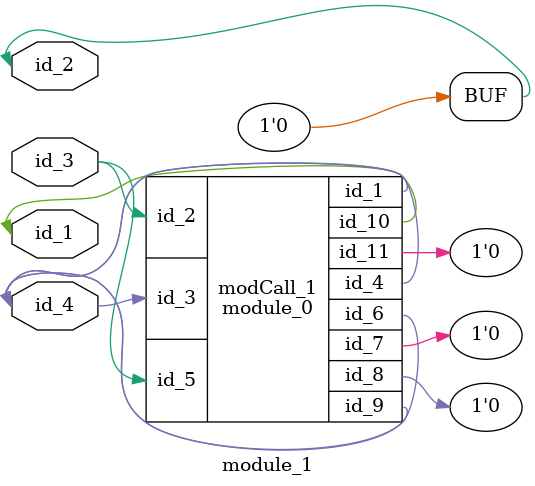
<source format=v>
module module_0 (
    id_1,
    id_2,
    id_3,
    id_4,
    id_5,
    id_6,
    id_7,
    id_8,
    id_9,
    id_10,
    id_11
);
  inout wire id_11;
  inout wire id_10;
  output wire id_9;
  inout wire id_8;
  output wire id_7;
  inout wire id_6;
  input wire id_5;
  output wire id_4;
  input wire id_3;
  input wire id_2;
  inout wire id_1;
  wire id_12;
  wire id_13, id_14;
endmodule
module module_1 (
    id_1,
    id_2,
    id_3,
    id_4
);
  inout wire id_4;
  input wire id_3;
  inout wire id_2;
  inout wire id_1;
  assign id_2 = 1'd0;
  module_0 modCall_1 (
      id_4,
      id_3,
      id_4,
      id_4,
      id_3,
      id_4,
      id_2,
      id_2,
      id_4,
      id_1,
      id_2
  );
endmodule

</source>
